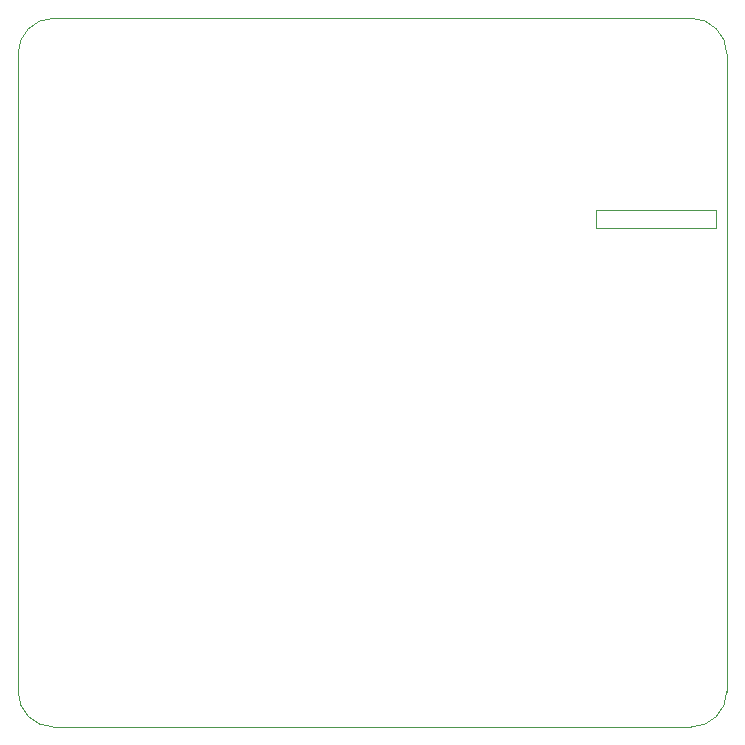
<source format=gbr>
%TF.GenerationSoftware,KiCad,Pcbnew,9.0.5*%
%TF.CreationDate,2025-11-11T20:33:40+08:00*%
%TF.ProjectId,ms,6d732e6b-6963-4616-945f-706362585858,rev?*%
%TF.SameCoordinates,Original*%
%TF.FileFunction,Profile,NP*%
%FSLAX46Y46*%
G04 Gerber Fmt 4.6, Leading zero omitted, Abs format (unit mm)*
G04 Created by KiCad (PCBNEW 9.0.5) date 2025-11-11 20:33:40*
%MOMM*%
%LPD*%
G01*
G04 APERTURE LIST*
%TA.AperFunction,Profile*%
%ADD10C,0.050000*%
%TD*%
%TA.AperFunction,Profile*%
%ADD11C,0.100000*%
%TD*%
G04 APERTURE END LIST*
D10*
X123425000Y-74850000D02*
X177425000Y-74850000D01*
X120425000Y-131850000D02*
X120425000Y-77850000D01*
X177425000Y-74850000D02*
G75*
G02*
X180425000Y-77850000I0J-3000000D01*
G01*
X180425000Y-77850000D02*
X180425000Y-131850000D01*
X123425000Y-134850000D02*
G75*
G02*
X120425000Y-131850000I0J3000000D01*
G01*
X180425000Y-131850000D02*
G75*
G02*
X177425000Y-134850000I-3000000J0D01*
G01*
D11*
X169345000Y-91100000D02*
X179505000Y-91100000D01*
X179505000Y-92600000D01*
X169345000Y-92600000D01*
X169345000Y-91100000D01*
D10*
X120425000Y-77850000D02*
G75*
G02*
X123425000Y-74850000I3000000J0D01*
G01*
X177425000Y-134850000D02*
X123425000Y-134850000D01*
M02*

</source>
